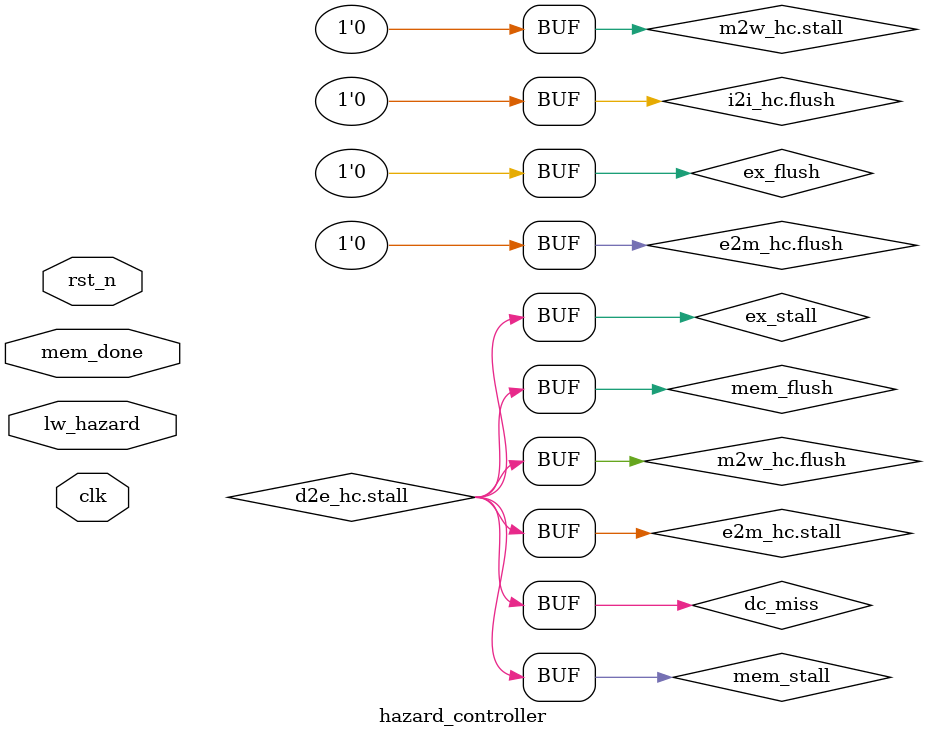
<source format=sv>
/*
 * hazard_controller.sv
 * Author: Zinsser Zhang
 * Last Revision: 03/13/2022
 *
 * hazard_controller collects feedbacks from each stage and detect whether there
 * are hazards in the pipeline. If so, it generate control signals to stall or
 * flush each stage. It also contains a branch_controller, which talks to
 * a branch predictor to make a prediction when a branch instruction is decoded.
 *
 * It also contains simulation only logic to report hazard conditions to C++
 * code for execution statistics collection.
 *
 * See wiki page "Hazards" for details.
 * See wiki page "Branch and Jump" for details of branch and jump instructions.
 */
`include "mips_core.svh"

`ifdef SIMULATION
import "DPI-C" function void stats_event (input string e);
`endif

module hazard_controller (
	input clk,    // Clock
	input rst_n,  // Synchronous reset active low

	// Feedback from IF
	cache_output_ifc.in if_i_cache_output,
	// Feedback from DEC
	pc_ifc.in dec_pc,
	branch_decoded_ifc.hazard dec_branch_decoded,
	// Feedback from EX
	pc_ifc.in ex_pc,
	input lw_hazard,
	branch_result_ifc.in ex_branch_result,
	// Feedback from MEM
	input mem_done,

	// Hazard control output
	hazard_control_ifc.out i2i_hc,
	hazard_control_ifc.out i2d_hc,
	hazard_control_ifc.out d2e_hc,
	hazard_control_ifc.out e2m_hc,
	hazard_control_ifc.out m2w_hc,

	// Load pc output
	load_pc_ifc.out load_pc
);

	branch_controller BRANCH_CONTROLLER (
		.clk, .rst_n,
		.dec_pc,
		.dec_branch_decoded,
		.ex_pc,
		.ex_branch_result
	);

	// We have total 6 potential hazards
	logic ic_miss;			// I cache miss
	logic ds_miss;			// Delay slot miss
	logic dec_overload;		// Branch predict taken or Jump
	logic ex_overload;		// Branch prediction wrong
	//    lw_hazard;		// Load word hazard (input from forward unit)
	logic dc_miss;			// D cache miss

	// Determine if we have these hazards
	always_comb
	begin
		ic_miss = ~if_i_cache_output.valid;
		ds_miss = ic_miss & dec_branch_decoded.valid;
		dec_overload = dec_branch_decoded.valid
			& (dec_branch_decoded.is_jump
				| (dec_branch_decoded.prediction == TAKEN));
		ex_overload = ex_branch_result.valid
			& (ex_branch_result.prediction != ex_branch_result.outcome);
		// lw_hazard is determined by forward unit.
		dc_miss = ~mem_done;
	end

	// Control signals
	logic if_stall, if_flush;
	logic dec_stall, dec_flush;
	logic ex_stall, ex_flush;
	logic mem_stall, mem_flush;
	// wb doesn't need to be stalled or flushed
	// i.e. any data goes to wb is finalized and waiting to be commited

	/*
	 * Now let's go over the solution of all hazards
	 * ic_miss:
	 *     if_stall, if_flush
	 * ds_miss:
	 *     dec_stall, dec_flush (if_stall and if_flush handled by ic_miss)
	 * dec_overload:
	 *     load_pc
	 * ex_overload:
	 *     load_pc, ~if_stall, if_flush
	 * lw_hazard:
	 *     dec_stall, dec_flush
	 * dc_miss:
	 *     mem_stall, mem_flush
	 *
	 * The only conflict here is between ic_miss and ex_overload.
	 * ex_overload should have higher priority than ic_miss. Because i cache
	 * does not register missed request, it's totally fine to directly overload
	 * the pc value.
	 *
	 * In addition to above hazards, each stage should also stall if its
	 * downstream stage stalls (e.g., when mem stalls, if & dec & ex should all
	 * stall). This has the highest priority.
	 */

	always_comb
	begin : handle_if
		if_stall = 1'b0;
		if_flush = 1'b0;

		if (ic_miss)
		begin
			if_stall = 1'b1;
			if_flush = 1'b1;
		end

		if (ex_overload)
		begin
			if_stall = 1'b0;
			if_flush = 1'b1;
		end

		if (dec_stall)
			if_stall = 1'b1;
	end

	always_comb
	begin : handle_dec
		dec_stall = 1'b0;
		dec_flush = 1'b0;

		if (ds_miss | lw_hazard)
		begin
			dec_stall = 1'b1;
			dec_flush = 1'b1;
		end

		if (ex_stall)
			dec_stall = 1'b1;
	end

	always_comb
	begin : handle_ex
		ex_stall = mem_stall;
		ex_flush = 1'b0;
	end

	always_comb
	begin : handle_mem
		mem_stall = dc_miss;
		mem_flush = dc_miss;
	end

	// Now distribute the control signals to each pipeline registers
	always_comb
	begin
		i2i_hc.flush = 1'b0;
		i2i_hc.stall = if_stall;
		i2d_hc.flush = if_flush;
		i2d_hc.stall = dec_stall;
		d2e_hc.flush = dec_flush;
		d2e_hc.stall = ex_stall;
		e2m_hc.flush = ex_flush;
		e2m_hc.stall = mem_stall;
		m2w_hc.flush = mem_flush;
		m2w_hc.stall = 1'b0;
	end

	// Derive the load_pc
	always_comb
	begin
		load_pc.we = dec_overload | ex_overload;
		if (dec_overload)
			load_pc.new_pc = dec_branch_decoded.target;
		else
			load_pc.new_pc = ex_branch_result.recovery_target;
	end

`ifdef SIMULATION
	always_ff @(posedge clk)
	begin
		if (ic_miss) stats_event("ic_miss");
		if (ds_miss) stats_event("ds_miss");
		if (dec_overload) stats_event("dec_overload");
		if (ex_overload) stats_event("ex_overload");
		if (lw_hazard) stats_event("lw_hazard");
		if (dc_miss) stats_event("dc_miss");
		if (if_stall) stats_event("if_stall");
		if (if_flush) stats_event("if_flush");
		if (dec_stall) stats_event("dec_stall");
		if (dec_flush) stats_event("dec_flush");
		if (ex_stall) stats_event("ex_stall");
		if (ex_flush) stats_event("ex_flush");
		if (mem_stall) stats_event("mem_stall");
		if (mem_flush) stats_event("mem_flush");
	end
`endif

endmodule

</source>
